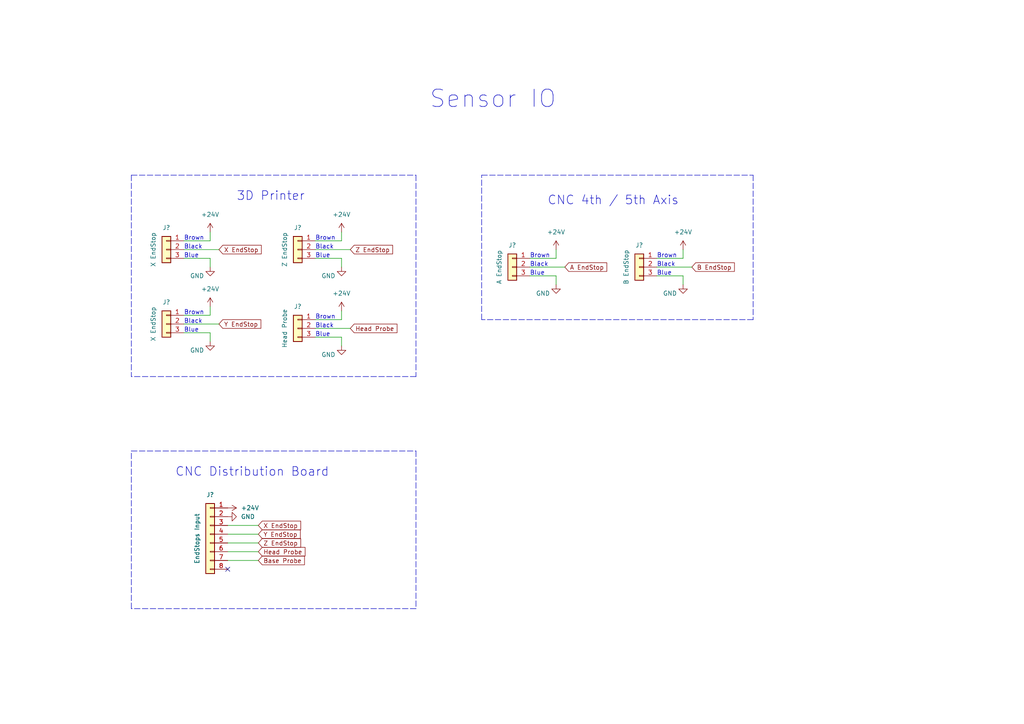
<source format=kicad_sch>
(kicad_sch (version 20211123) (generator eeschema)
  (paper "A4")
  (title_block (title "Sensor IO"))
  (lib_symbols
    (symbol "Connector_Generic:Conn_01x03" (pin_names (offset 1.016) hide)
      (property "Reference" "J" (at 0 5.08 0))
      (property "Value" "Conn_01x03" (at 0 -5.08 0))
      (symbol "Conn_01x03_1_1"
        (rectangle (start -1.27 -2.413) (end 0 -2.667) (stroke (width 0.1524)))
        (rectangle (start -1.27 0.127) (end 0 -0.127) (stroke (width 0.1524)))
        (rectangle (start -1.27 2.667) (end 0 2.413) (stroke (width 0.1524)))
        (rectangle (start -1.27 3.81) (end 1.27 -3.81) (stroke (width 0.254)) (fill (type background)))
        (pin passive line (at -5.08 2.54 0) (length 3.81) (name "Pin_1") (number "1"))
        (pin passive line (at -5.08 0 0) (length 3.81) (name "Pin_2") (number "2"))
        (pin passive line (at -5.08 -2.54 0) (length 3.81) (name "Pin_3") (number "3"))
      )
    )
    (symbol "Connector_Generic:Conn_01x08" (pin_names (offset 1.016) hide)
      (property "Reference" "J" (at 0 10.16 0))
      (property "Value" "Conn_01x08" (at 0 -12.7 0))
      (symbol "Conn_01x08_1_1"
        (rectangle (start -1.27 -10.033) (end 0 -10.287) (stroke (width 0.1524)))
        (rectangle (start -1.27 -7.493) (end 0 -7.747) (stroke (width 0.1524)))
        (rectangle (start -1.27 -4.953) (end 0 -5.207) (stroke (width 0.1524)))
        (rectangle (start -1.27 -2.413) (end 0 -2.667) (stroke (width 0.1524)))
        (rectangle (start -1.27 0.127) (end 0 -0.127) (stroke (width 0.1524)))
        (rectangle (start -1.27 2.667) (end 0 2.413) (stroke (width 0.1524)))
        (rectangle (start -1.27 5.207) (end 0 4.953) (stroke (width 0.1524)))
        (rectangle (start -1.27 7.747) (end 0 7.493) (stroke (width 0.1524)))
        (rectangle (start -1.27 8.89) (end 1.27 -11.43) (stroke (width 0.254)) (fill (type background)))
        (pin passive line (at -5.08 7.62 0) (length 3.81) (name "Pin_1") (number "1"))
        (pin passive line (at -5.08 5.08 0) (length 3.81) (name "Pin_2") (number "2"))
        (pin passive line (at -5.08 2.54 0) (length 3.81) (name "Pin_3") (number "3"))
        (pin passive line (at -5.08 0 0) (length 3.81) (name "Pin_4") (number "4"))
        (pin passive line (at -5.08 -2.54 0) (length 3.81) (name "Pin_5") (number "5"))
        (pin passive line (at -5.08 -5.08 0) (length 3.81) (name "Pin_6") (number "6"))
        (pin passive line (at -5.08 -7.62 0) (length 3.81) (name "Pin_7") (number "7"))
        (pin passive line (at -5.08 -10.16 0) (length 3.81) (name "Pin_8") (number "8"))
      )
    )
    (symbol "power:+24V" (power) (pin_names (offset 0))
      (property "Value" "+24V" (at 0 3.556 0))
      (symbol "+24V_0_1"
        (polyline (pts (xy -0.762 1.27) (xy 0 2.54)))
        (polyline (pts (xy 0 0) (xy 0 2.54)))
        (polyline (pts (xy 0 2.54) (xy 0.762 1.27)))
      )
      (symbol "+24V_1_1"
        (pin power_in line (at 0 0 90) (length 0) hide (name "+24V") (number "1"))
      )
    )
    (symbol "power:GND" (power) (pin_names (offset 0))
      (property "Value" "GND" (at 0 -3.81 0))
      (symbol "GND_0_1"
        (polyline (pts (xy 0 0) (xy 0 -1.27) (xy 1.27 -1.27) (xy 0 -2.54) (xy -1.27 -1.27) (xy 0 -1.27)))
      )
      (symbol "GND_1_1"
        (pin power_in line (at 0 0 270) (length 0) hide (name "GND") (number "1"))
      )
    )
  )
  (no_connect (at 66.04 165.1))
  (polyline (pts (xy 218.44 50.8) (xy 218.44 92.71)))
  (polyline (pts (xy 139.7 92.71) (xy 139.7 50.8)))
  (polyline (pts (xy 139.7 50.8) (xy 218.44 50.8)))
  (polyline (pts (xy 38.1 50.8) (xy 38.1 109.22)))
  (wire (pts (xy 99.06 97.79) (xy 91.44 97.79)))
  (wire (pts (xy 190.5 74.93) (xy 198.12 74.93)))
  (wire (pts (xy 66.04 157.48) (xy 74.93 157.48)))
  (polyline (pts (xy 120.65 50.8) (xy 120.65 109.22)))
  (wire (pts (xy 53.34 69.85) (xy 60.96 69.85)))
  (wire (pts (xy 91.44 92.71) (xy 99.06 92.71)))
  (wire (pts (xy 53.34 91.44) (xy 60.96 91.44)))
  (wire (pts (xy 198.12 80.01) (xy 198.12 82.55)))
  (wire (pts (xy 60.96 96.52) (xy 60.96 99.06)))
  (wire (pts (xy 66.04 154.94) (xy 74.93 154.94)))
  (polyline (pts (xy 120.65 130.81) (xy 120.65 176.53)))
  (wire (pts (xy 161.29 80.01) (xy 153.67 80.01)))
  (wire (pts (xy 153.67 77.47) (xy 163.83 77.47)))
  (wire (pts (xy 66.04 160.02) (xy 74.93 160.02)))
  (wire (pts (xy 53.34 93.98) (xy 63.5 93.98)))
  (wire (pts (xy 53.34 72.39) (xy 63.5 72.39)))
  (wire (pts (xy 161.29 72.39) (xy 161.29 74.93)))
  (wire (pts (xy 91.44 69.85) (xy 99.06 69.85)))
  (wire (pts (xy 99.06 97.79) (xy 99.06 100.33)))
  (wire (pts (xy 60.96 74.93) (xy 60.96 77.47)))
  (wire (pts (xy 99.06 67.31) (xy 99.06 69.85)))
  (wire (pts (xy 60.96 74.93) (xy 53.34 74.93)))
  (wire (pts (xy 91.44 72.39) (xy 101.6 72.39)))
  (polyline (pts (xy 38.1 176.53) (xy 38.1 130.81)))
  (wire (pts (xy 66.04 152.4) (xy 74.93 152.4)))
  (wire (pts (xy 60.96 96.52) (xy 53.34 96.52)))
  (wire (pts (xy 91.44 95.25) (xy 101.6 95.25)))
  (wire (pts (xy 198.12 80.01) (xy 190.5 80.01)))
  (polyline (pts (xy 120.65 109.22) (xy 38.1 109.22)))
  (polyline (pts (xy 218.44 92.71) (xy 139.7 92.71)))
  (wire (pts (xy 99.06 74.93) (xy 99.06 77.47)))
  (wire (pts (xy 198.12 72.39) (xy 198.12 74.93)))
  (wire (pts (xy 60.96 88.9) (xy 60.96 91.44)))
  (wire (pts (xy 190.5 77.47) (xy 200.66 77.47)))
  (polyline (pts (xy 38.1 50.8) (xy 120.65 50.8)))
  (wire (pts (xy 99.06 90.17) (xy 99.06 92.71)))
  (polyline (pts (xy 120.65 176.53) (xy 38.1 176.53)))
  (polyline (pts (xy 38.1 130.81) (xy 120.65 130.81)))
  (wire (pts (xy 153.67 74.93) (xy 161.29 74.93)))
  (wire (pts (xy 161.29 80.01) (xy 161.29 82.55)))
  (wire (pts (xy 66.04 162.56) (xy 74.93 162.56)))
  (wire (pts (xy 99.06 74.93) (xy 91.44 74.93)))
  (wire (pts (xy 60.96 67.31) (xy 60.96 69.85)))
  (text "Brown" (at 153.67 74.93 0) (effects (font (size 1.27 1.27)) (justify left bottom)))
  (text "Sensor IO" (at 124.46 31.75 0) (effects (font (size 5.02 5.02)) (justify left bottom)))
  (text "Blue" (at 91.44 74.93 0) (effects (font (size 1.27 1.27)) (justify left bottom)))
  (text "Brown" (at 91.44 69.85 0) (effects (font (size 1.27 1.27)) (justify left bottom)))
  (text "Brown" (at 53.34 91.44 0) (effects (font (size 1.27 1.27)) (justify left bottom)))
  (text "Blue" (at 91.44 97.79 0) (effects (font (size 1.27 1.27)) (justify left bottom)))
  (text "Black" (at 53.34 93.98 0) (effects (font (size 1.27 1.27)) (justify left bottom)))
  (text "Black" (at 91.44 72.39 0) (effects (font (size 1.27 1.27)) (justify left bottom)))
  (text "Black" (at 91.44 95.25 0) (effects (font (size 1.27 1.27)) (justify left bottom)))
  (text "Brown" (at 53.34 69.85 0) (effects (font (size 1.27 1.27)) (justify left bottom)))
  (text "3D Printer" (at 68.58 58.42 0) (effects (font (size 2.54 2.54)) (justify left bottom)))
  (text "CNC Distribution Board" (at 50.8 138.43 0) (effects (font (size 2.54 2.54)) (justify left bottom)))
  (text "Black" (at 153.67 77.47 0) (effects (font (size 1.27 1.27)) (justify left bottom)))
  (text "Blue" (at 153.67 80.01 0) (effects (font (size 1.27 1.27)) (justify left bottom)))
  (text "Blue" (at 53.34 74.93 0) (effects (font (size 1.27 1.27)) (justify left bottom)))
  (text "Blue" (at 190.5 80.01 0) (effects (font (size 1.27 1.27)) (justify left bottom)))
  (text "Blue" (at 53.34 96.52 0) (effects (font (size 1.27 1.27)) (justify left bottom)))
  (text "Brown" (at 190.5 74.93 0) (effects (font (size 1.27 1.27)) (justify left bottom)))
  (text "Black" (at 53.34 72.39 0) (effects (font (size 1.27 1.27)) (justify left bottom)))
  (text "CNC 4th / 5th Axis" (at 158.75 59.69 0) (effects (font (size 2.54 2.54)) (justify left bottom)))
  (text "Brown" (at 91.44 92.71 0) (effects (font (size 1.27 1.27)) (justify left bottom)))
  (text "Black" (at 190.5 77.47 0) (effects (font (size 1.27 1.27)) (justify left bottom)))
  (global_label "Head Probe" (shape input) (at 74.93 160.02 0) (property "Intersheet References" "${INTERSHEET_REFS}" (effects hide)))
  (global_label "X EndStop" (shape input) (at 63.5 72.39 0) (property "Intersheet References" "${INTERSHEET_REFS}" (effects hide)))
  (global_label "A EndStop" (shape input) (at 163.83 77.47 0) (property "Intersheet References" "${INTERSHEET_REFS}" (effects hide)))
  (global_label "Z EndStop" (shape input) (at 74.93 157.48 0) (property "Intersheet References" "${INTERSHEET_REFS}" (effects hide)))
  (global_label "Z EndStop" (shape input) (at 101.6 72.39 0) (property "Intersheet References" "${INTERSHEET_REFS}" (effects hide)))
  (global_label "Y EndStop" (shape input) (at 74.93 154.94 0) (property "Intersheet References" "${INTERSHEET_REFS}" (effects hide)))
  (global_label "Y EndStop" (shape input) (at 63.5 93.98 0) (property "Intersheet References" "${INTERSHEET_REFS}" (effects hide)))
  (global_label "X EndStop" (shape input) (at 74.93 152.4 0) (property "Intersheet References" "${INTERSHEET_REFS}" (effects hide)))
  (global_label "Head Probe" (shape input) (at 101.6 95.25 0) (property "Intersheet References" "${INTERSHEET_REFS}" (effects hide)))
  (global_label "Base Probe" (shape input) (at 74.93 162.56 0) (property "Intersheet References" "${INTERSHEET_REFS}" (effects hide)))
  (global_label "B EndStop" (shape input) (at 200.66 77.47 0) (property "Intersheet References" "${INTERSHEET_REFS}" (effects hide)))
  (symbol (lib_id "power:GND") (at 198.12 82.55 0) (unit 1)
    (property "Reference" "#PWR?" (effects hide))
    (property "Value" "GND" (at 194.31 85.09 0))
  )
  (symbol (lib_id "Connector_Generic:Conn_01x08") (at 60.96 154.94 0) (mirror y) (unit 1)
    (property "Reference" "J?" (at 60.96 143.51 0))
    (property "Value" "EndStops Input" (at 57.15 156.21 90))
  )
  (symbol (lib_id "Connector_Generic:Conn_01x03") (at 148.59 77.47 0) (mirror y) (unit 1)
    (property "Reference" "J?" (at 148.59 71.12 0))
    (property "Value" "A EndStop" (at 144.78 77.47 90))
  )
  (symbol (lib_id "Connector_Generic:Conn_01x03") (at 185.42 77.47 0) (mirror y) (unit 1)
    (property "Reference" "J?" (at 185.42 71.12 0))
    (property "Value" "B EndStop" (at 181.61 77.47 90))
  )
  (symbol (lib_id "power:+24V") (at 99.06 90.17 0) (unit 1)
    (property "Reference" "#PWR?" (effects hide))
    (property "Value" "+24V" (at 99.06 85.09 0))
  )
  (symbol (lib_id "Connector_Generic:Conn_01x03") (at 48.26 93.98 0) (mirror y) (unit 1)
    (property "Reference" "J?" (at 48.26 87.63 0))
    (property "Value" "X EndStop" (at 44.45 93.98 90))
  )
  (symbol (lib_id "power:GND") (at 99.06 77.47 0) (unit 1)
    (property "Reference" "#PWR?" (effects hide))
    (property "Value" "GND" (at 95.25 80.01 0))
  )
  (symbol (lib_id "power:GND") (at 60.96 77.47 0) (unit 1)
    (property "Reference" "#PWR?" (effects hide))
    (property "Value" "GND" (at 57.15 80.01 0))
  )
  (symbol (lib_id "power:+24V") (at 60.96 67.31 0) (unit 1)
    (property "Reference" "#PWR?" (effects hide))
    (property "Value" "+24V" (at 60.96 62.23 0))
  )
  (symbol (lib_id "power:GND") (at 60.96 99.06 0) (unit 1)
    (property "Reference" "#PWR?" (effects hide))
    (property "Value" "GND" (at 57.15 101.6 0))
  )
  (symbol (lib_id "power:GND") (at 99.06 100.33 0) (unit 1)
    (property "Reference" "#PWR?" (effects hide))
    (property "Value" "GND" (at 95.25 102.87 0))
  )
  (symbol (lib_id "power:+24V") (at 99.06 67.31 0) (unit 1)
    (property "Reference" "#PWR?" (effects hide))
    (property "Value" "+24V" (at 99.06 62.23 0))
  )
  (symbol (lib_id "power:GND") (at 161.29 82.55 0) (unit 1)
    (property "Reference" "#PWR?" (effects hide))
    (property "Value" "GND" (at 157.48 85.09 0))
  )
  (symbol (lib_id "Connector_Generic:Conn_01x03") (at 86.36 95.25 0) (mirror y) (unit 1)
    (property "Reference" "J?" (at 86.36 88.9 0))
    (property "Value" "Head Probe" (at 82.55 95.25 90))
  )
  (symbol (lib_id "power:GND") (at 66.04 149.86 90) (unit 1)
    (property "Reference" "#PWR?" (effects hide))
    (property "Value" "GND" (at 69.85 149.8599 90) (effects (justify right)))
  )
  (symbol (lib_id "power:+24V") (at 198.12 72.39 0) (unit 1)
    (property "Reference" "#PWR?" (effects hide))
    (property "Value" "+24V" (at 198.12 67.31 0))
  )
  (symbol (lib_id "power:+24V") (at 60.96 88.9 0) (unit 1)
    (property "Reference" "#PWR?" (effects hide))
    (property "Value" "+24V" (at 60.96 83.82 0))
  )
  (symbol (lib_id "power:+24V") (at 66.04 147.32 270) (unit 1)
    (property "Reference" "#PWR?" (effects hide))
    (property "Value" "+24V" (at 69.85 147.3199 90) (effects (justify left)))
  )
  (symbol (lib_id "power:+24V") (at 161.29 72.39 0) (unit 1)
    (property "Reference" "#PWR?" (effects hide))
    (property "Value" "+24V" (at 161.29 67.31 0))
  )
  (symbol (lib_id "Connector_Generic:Conn_01x03") (at 48.26 72.39 0) (mirror y) (unit 1)
    (property "Reference" "J?" (at 48.26 66.04 0))
    (property "Value" "X EndStop" (at 44.45 72.39 90))
  )
  (symbol (lib_id "Connector_Generic:Conn_01x03") (at 86.36 72.39 0) (mirror y) (unit 1)
    (property "Reference" "J?" (at 86.36 66.04 0))
    (property "Value" "Z EndStop" (at 82.55 72.39 90))
  )
)
</source>
